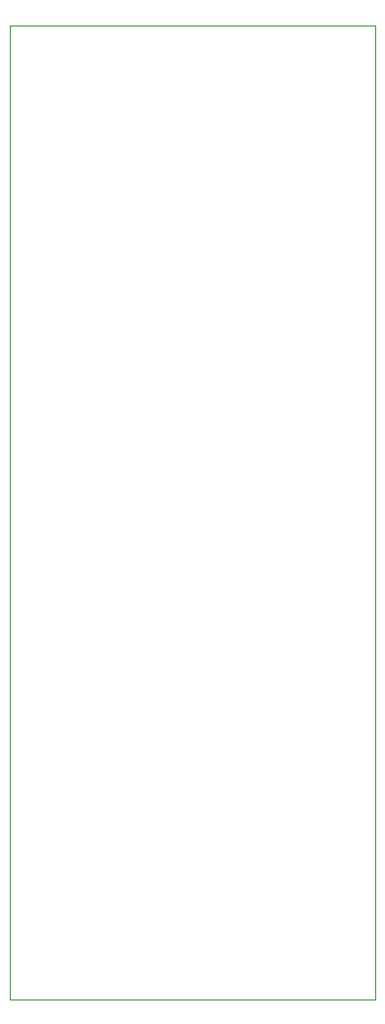
<source format=gbr>
G04 #@! TF.GenerationSoftware,KiCad,Pcbnew,7.0.5*
G04 #@! TF.CreationDate,2023-06-23T21:15:38-07:00*
G04 #@! TF.ProjectId,MCL68,4d434c36-382e-46b6-9963-61645f706362,rev?*
G04 #@! TF.SameCoordinates,Original*
G04 #@! TF.FileFunction,Profile,NP*
%FSLAX46Y46*%
G04 Gerber Fmt 4.6, Leading zero omitted, Abs format (unit mm)*
G04 Created by KiCad (PCBNEW 7.0.5) date 2023-06-23 21:15:38*
%MOMM*%
%LPD*%
G01*
G04 APERTURE LIST*
G04 #@! TA.AperFunction,Profile*
%ADD10C,0.100000*%
G04 #@! TD*
G04 APERTURE END LIST*
D10*
X135102600Y-52984400D02*
X166700200Y-52984400D01*
X166700200Y-137058400D01*
X135102600Y-137058400D01*
X135102600Y-52984400D01*
M02*

</source>
